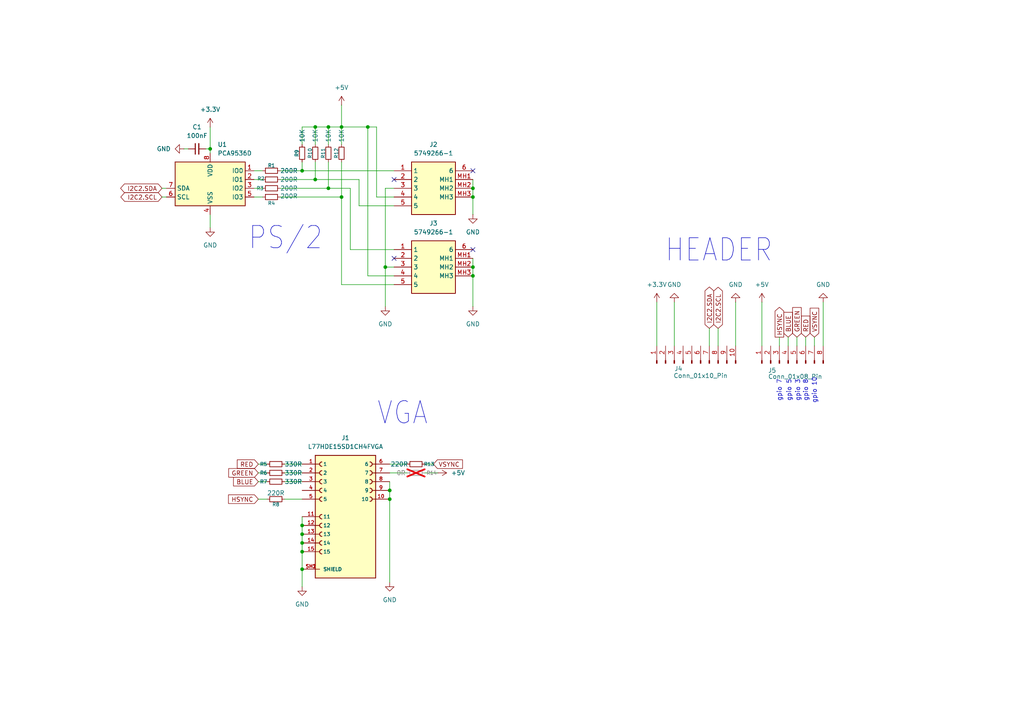
<source format=kicad_sch>
(kicad_sch (version 20250114) (generator "eeschema") (generator_version "9.0")
  (paper "A4")
  (lib_symbols
    (symbol "5749266-1:5749266-1"
      (property "Reference" "J" (at 19.05 7.62 0))
      (property "Value" "5749266-1" (at 19.05 5.08 0))
      (symbol "5749266-1_1_1"
        (rectangle (start 5.08 2.54) (end 17.78 -12.7) (stroke (width 0.254)) (fill (type background)))
        (pin passive line (at 0 0 0) (length 5.08) (name "1") (number "1"))
        (pin passive line (at 0 -2.54 0) (length 5.08) (name "2") (number "2"))
        (pin passive line (at 0 -5.08 0) (length 5.08) (name "3") (number "3"))
        (pin passive line (at 0 -7.62 0) (length 5.08) (name "4") (number "4"))
        (pin passive line (at 0 -10.16 0) (length 5.08) (name "5") (number "5"))
        (pin passive line (at 22.86 0 180) (length 5.08) (name "6") (number "6"))
        (pin passive line (at 22.86 -2.54 180) (length 5.08) (name "MH1") (number "MH1"))
        (pin passive line (at 22.86 -5.08 180) (length 5.08) (name "MH2") (number "MH2"))
        (pin passive line (at 22.86 -7.62 180) (length 5.08) (name "MH3") (number "MH3"))
      )
    )
    (symbol "Connector:Conn_01x08_Pin" (pin_names (offset 1.016) (hide yes))
      (property "Reference" "J" (at 0 10.16 0))
      (property "Value" "Conn_01x08_Pin" (at 0 -12.7 0))
      (symbol "Conn_01x08_Pin_1_1"
        (rectangle (start 0.8636 7.747) (end 0 7.493) (stroke (width 0.1524)) (fill (type outline)))
        (rectangle (start 0.8636 5.207) (end 0 4.953) (stroke (width 0.1524)) (fill (type outline)))
        (rectangle (start 0.8636 2.667) (end 0 2.413) (stroke (width 0.1524)) (fill (type outline)))
        (rectangle (start 0.8636 0.127) (end 0 -0.127) (stroke (width 0.1524)) (fill (type outline)))
        (rectangle (start 0.8636 -2.413) (end 0 -2.667) (stroke (width 0.1524)) (fill (type outline)))
        (rectangle (start 0.8636 -4.953) (end 0 -5.207) (stroke (width 0.1524)) (fill (type outline)))
        (rectangle (start 0.8636 -7.493) (end 0 -7.747) (stroke (width 0.1524)) (fill (type outline)))
        (rectangle (start 0.8636 -10.033) (end 0 -10.287) (stroke (width 0.1524)) (fill (type outline)))
        (polyline (pts (xy 1.27 7.62) (xy 0.8636 7.62)) (stroke (width 0.1524)))
        (polyline (pts (xy 1.27 5.08) (xy 0.8636 5.08)) (stroke (width 0.1524)))
        (polyline (pts (xy 1.27 2.54) (xy 0.8636 2.54)) (stroke (width 0.1524)))
        (polyline (pts (xy 1.27 0) (xy 0.8636 0)) (stroke (width 0.1524)))
        (polyline (pts (xy 1.27 -2.54) (xy 0.8636 -2.54)) (stroke (width 0.1524)))
        (polyline (pts (xy 1.27 -5.08) (xy 0.8636 -5.08)) (stroke (width 0.1524)))
        (polyline (pts (xy 1.27 -7.62) (xy 0.8636 -7.62)) (stroke (width 0.1524)))
        (polyline (pts (xy 1.27 -10.16) (xy 0.8636 -10.16)) (stroke (width 0.1524)))
        (pin passive line (at 5.08 7.62 180) (length 3.81) (name "Pin_1") (number "1"))
        (pin passive line (at 5.08 5.08 180) (length 3.81) (name "Pin_2") (number "2"))
        (pin passive line (at 5.08 2.54 180) (length 3.81) (name "Pin_3") (number "3"))
        (pin passive line (at 5.08 0 180) (length 3.81) (name "Pin_4") (number "4"))
        (pin passive line (at 5.08 -2.54 180) (length 3.81) (name "Pin_5") (number "5"))
        (pin passive line (at 5.08 -5.08 180) (length 3.81) (name "Pin_6") (number "6"))
        (pin passive line (at 5.08 -7.62 180) (length 3.81) (name "Pin_7") (number "7"))
        (pin passive line (at 5.08 -10.16 180) (length 3.81) (name "Pin_8") (number "8"))
      )
    )
    (symbol "Connector:Conn_01x10_Pin" (pin_names (offset 1.016) (hide yes))
      (property "Reference" "J" (at 0 12.7 0))
      (property "Value" "Conn_01x10_Pin" (at 0 -15.24 0))
      (symbol "Conn_01x10_Pin_1_1"
        (rectangle (start 0.8636 10.287) (end 0 10.033) (stroke (width 0.1524)) (fill (type outline)))
        (rectangle (start 0.8636 7.747) (end 0 7.493) (stroke (width 0.1524)) (fill (type outline)))
        (rectangle (start 0.8636 5.207) (end 0 4.953) (stroke (width 0.1524)) (fill (type outline)))
        (rectangle (start 0.8636 2.667) (end 0 2.413) (stroke (width 0.1524)) (fill (type outline)))
        (rectangle (start 0.8636 0.127) (end 0 -0.127) (stroke (width 0.1524)) (fill (type outline)))
        (rectangle (start 0.8636 -2.413) (end 0 -2.667) (stroke (width 0.1524)) (fill (type outline)))
        (rectangle (start 0.8636 -4.953) (end 0 -5.207) (stroke (width 0.1524)) (fill (type outline)))
        (rectangle (start 0.8636 -7.493) (end 0 -7.747) (stroke (width 0.1524)) (fill (type outline)))
        (rectangle (start 0.8636 -10.033) (end 0 -10.287) (stroke (width 0.1524)) (fill (type outline)))
        (rectangle (start 0.8636 -12.573) (end 0 -12.827) (stroke (width 0.1524)) (fill (type outline)))
        (polyline (pts (xy 1.27 10.16) (xy 0.8636 10.16)) (stroke (width 0.1524)))
        (polyline (pts (xy 1.27 7.62) (xy 0.8636 7.62)) (stroke (width 0.1524)))
        (polyline (pts (xy 1.27 5.08) (xy 0.8636 5.08)) (stroke (width 0.1524)))
        (polyline (pts (xy 1.27 2.54) (xy 0.8636 2.54)) (stroke (width 0.1524)))
        (polyline (pts (xy 1.27 0) (xy 0.8636 0)) (stroke (width 0.1524)))
        (polyline (pts (xy 1.27 -2.54) (xy 0.8636 -2.54)) (stroke (width 0.1524)))
        (polyline (pts (xy 1.27 -5.08) (xy 0.8636 -5.08)) (stroke (width 0.1524)))
        (polyline (pts (xy 1.27 -7.62) (xy 0.8636 -7.62)) (stroke (width 0.1524)))
        (polyline (pts (xy 1.27 -10.16) (xy 0.8636 -10.16)) (stroke (width 0.1524)))
        (polyline (pts (xy 1.27 -12.7) (xy 0.8636 -12.7)) (stroke (width 0.1524)))
        (pin passive line (at 5.08 10.16 180) (length 3.81) (name "Pin_1") (number "1"))
        (pin passive line (at 5.08 7.62 180) (length 3.81) (name "Pin_2") (number "2"))
        (pin passive line (at 5.08 5.08 180) (length 3.81) (name "Pin_3") (number "3"))
        (pin passive line (at 5.08 2.54 180) (length 3.81) (name "Pin_4") (number "4"))
        (pin passive line (at 5.08 0 180) (length 3.81) (name "Pin_5") (number "5"))
        (pin passive line (at 5.08 -2.54 180) (length 3.81) (name "Pin_6") (number "6"))
        (pin passive line (at 5.08 -5.08 180) (length 3.81) (name "Pin_7") (number "7"))
        (pin passive line (at 5.08 -7.62 180) (length 3.81) (name "Pin_8") (number "8"))
        (pin passive line (at 5.08 -10.16 180) (length 3.81) (name "Pin_9") (number "9"))
        (pin passive line (at 5.08 -12.7 180) (length 3.81) (name "Pin_10") (number "10"))
      )
    )
    (symbol "Device:C_Small" (pin_numbers (hide yes)) (pin_names (offset 0.254) (hide yes))
      (property "Reference" "C" (at 0.254 1.778 0))
      (property "Value" "C_Small" (at 0.254 -2.032 0))
      (symbol "C_Small_0_1"
        (polyline (pts (xy -1.524 0.508) (xy 1.524 0.508)) (stroke (width 0.3048)))
        (polyline (pts (xy -1.524 -0.508) (xy 1.524 -0.508)) (stroke (width 0.3302)))
      )
      (symbol "C_Small_1_1"
        (pin passive line (at 0 2.54 270) (length 2.032) (name "~") (number "1"))
        (pin passive line (at 0 -2.54 90) (length 2.032) (name "~") (number "2"))
      )
    )
    (symbol "Device:R_Small" (pin_numbers (hide yes)) (pin_names (offset 0.254) (hide yes))
      (property "Reference" "R" (at 0 0 90))
      (property "Value" "R_Small" (at 1.778 0 90))
      (symbol "R_Small_0_1"
        (rectangle (start -0.762 1.778) (end 0.762 -1.778) (stroke (width 0.2032)))
      )
      (symbol "R_Small_1_1"
        (pin passive line (at 0 2.54 270) (length 0.762) (name "~") (number "1"))
        (pin passive line (at 0 -2.54 90) (length 0.762) (name "~") (number "2"))
      )
    )
    (symbol "Interface_Expansion:PCA9536D"
      (property "Reference" "U" (at -8.89 6.35 0))
      (property "Value" "PCA9536D" (at 6.35 6.35 0))
      (symbol "PCA9536D_0_1"
        (rectangle (start -10.16 5.08) (end 10.16 -7.62) (stroke (width 0.254)) (fill (type background)))
      )
      (symbol "PCA9536D_1_1"
        (pin bidirectional line (at -12.7 -2.54 0) (length 2.54) (name "SDA") (number "7"))
        (pin input line (at -12.7 -5.08 0) (length 2.54) (name "SCL") (number "6"))
        (pin power_in line (at 0 7.62 270) (length 2.54) (name "VDD") (number "8"))
        (pin power_in line (at 0 -10.16 90) (length 2.54) (name "VSS") (number "4"))
        (pin bidirectional line (at 12.7 2.54 180) (length 2.54) (name "IO0") (number "1"))
        (pin bidirectional line (at 12.7 0 180) (length 2.54) (name "IO1") (number "2"))
        (pin bidirectional line (at 12.7 -2.54 180) (length 2.54) (name "IO2") (number "3"))
        (pin bidirectional line (at 12.7 -5.08 180) (length 2.54) (name "IO3") (number "5"))
      )
    )
    (symbol "L77HDE15SD1CH4FVGA:L77HDE15SD1CH4FVGA" (pin_names (offset 1.016))
      (property "Reference" "J" (at -7.62 18.542 0))
      (property "Value" "L77HDE15SD1CH4FVGA" (at -7.62 -20.32 0))
      (symbol "L77HDE15SD1CH4FVGA_0_0"
        (rectangle (start -8.89 -17.78) (end 8.636 17.78) (stroke (width 0.254)) (fill (type background)))
        (arc (start -6.985 14.605) (mid -7.6172 15.24) (end -6.985 15.875) (stroke (width 0.254)))
        (arc (start -6.985 12.065) (mid -7.6172 12.7) (end -6.985 13.335) (stroke (width 0.254)))
        (arc (start -6.985 9.525) (mid -7.6172 10.16) (end -6.985 10.795) (stroke (width 0.254)))
        (arc (start -6.985 6.985) (mid -7.6172 7.62) (end -6.985 8.255) (stroke (width 0.254)))
        (arc (start -6.985 4.445) (mid -7.6172 5.08) (end -6.985 5.715) (stroke (width 0.254)))
        (arc (start -6.985 -0.635) (mid -7.6172 0) (end -6.985 0.635) (stroke (width 0.254)))
        (arc (start -6.985 -3.175) (mid -7.6172 -2.54) (end -6.985 -1.905) (stroke (width 0.254)))
        (arc (start -6.985 -5.715) (mid -7.6172 -5.08) (end -6.985 -4.445) (stroke (width 0.254)))
        (arc (start -6.985 -8.255) (mid -7.6172 -7.62) (end -6.985 -6.985) (stroke (width 0.254)))
        (arc (start -6.985 -10.795) (mid -7.6172 -10.16) (end -6.985 -9.525) (stroke (width 0.254)))
        (arc (start 6.985 15.875) (mid 7.6172 15.24) (end 6.985 14.605) (stroke (width 0.254)))
        (arc (start 6.985 13.335) (mid 7.6172 12.7) (end 6.985 12.065) (stroke (width 0.254)))
        (arc (start 6.985 10.795) (mid 7.6172 10.16) (end 6.985 9.525) (stroke (width 0.254)))
        (arc (start 6.985 8.255) (mid 7.6172 7.62) (end 6.985 6.985) (stroke (width 0.254)))
        (arc (start 6.985 5.715) (mid 7.6172 5.08) (end 6.985 4.445) (stroke (width 0.254)))
        (pin passive line (at -12.7 15.24 0) (length 5.08) (name "1") (number "1"))
        (pin passive line (at -12.7 12.7 0) (length 5.08) (name "2") (number "2"))
        (pin passive line (at -12.7 10.16 0) (length 5.08) (name "3") (number "3"))
        (pin passive line (at -12.7 7.62 0) (length 5.08) (name "4") (number "4"))
        (pin passive line (at -12.7 5.08 0) (length 5.08) (name "5") (number "5"))
        (pin passive line (at -12.7 0 0) (length 5.08) (name "11") (number "11"))
        (pin passive line (at -12.7 -2.54 0) (length 5.08) (name "12") (number "12"))
        (pin passive line (at -12.7 -5.08 0) (length 5.08) (name "13") (number "13"))
        (pin passive line (at -12.7 -7.62 0) (length 5.08) (name "14") (number "14"))
        (pin passive line (at -12.7 -10.16 0) (length 5.08) (name "15") (number "15"))
        (pin passive line (at -12.7 -15.24 0) (length 5.08) (name "SHIELD") (number "SH1"))
        (pin passive line (at -12.7 -15.24 0) (length 5.08) (name "SHIELD") (number "SH2"))
        (pin passive line (at 12.7 15.24 180) (length 5.08) (name "6") (number "6"))
        (pin passive line (at 12.7 12.7 180) (length 5.08) (name "7") (number "7"))
        (pin passive line (at 12.7 10.16 180) (length 5.08) (name "8") (number "8"))
        (pin passive line (at 12.7 7.62 180) (length 5.08) (name "9") (number "9"))
        (pin passive line (at 12.7 5.08 180) (length 5.08) (name "10") (number "10"))
      )
    )
    (symbol "power:+3.3V" (power) (pin_numbers (hide yes)) (pin_names (offset 0) (hide yes))
      (property "Value" "+3.3V" (at 0 3.556 0))
      (symbol "+3.3V_0_1"
        (polyline (pts (xy -0.762 1.27) (xy 0 2.54)))
        (polyline (pts (xy 0 2.54) (xy 0.762 1.27)))
        (polyline (pts (xy 0 0) (xy 0 2.54)))
      )
      (symbol "+3.3V_1_1"
        (pin power_in line (at 0 0 90) (length 0) (name "~") (number "1"))
      )
    )
    (symbol "power:+5V" (power) (pin_numbers (hide yes)) (pin_names (offset 0) (hide yes))
      (property "Value" "+5V" (at 0 3.556 0))
      (symbol "+5V_0_1"
        (polyline (pts (xy -0.762 1.27) (xy 0 2.54)))
        (polyline (pts (xy 0 2.54) (xy 0.762 1.27)))
        (polyline (pts (xy 0 0) (xy 0 2.54)))
      )
      (symbol "+5V_1_1"
        (pin power_in line (at 0 0 90) (length 0) (name "~") (number "1"))
      )
    )
    (symbol "power:GND" (power) (pin_numbers (hide yes)) (pin_names (offset 0) (hide yes))
      (property "Value" "GND" (at 0 -3.81 0))
      (symbol "GND_0_1"
        (polyline (pts (xy 0 0) (xy 0 -1.27) (xy 1.27 -1.27) (xy 0 -2.54) (xy -1.27 -1.27) (xy 0 -1.27)))
      )
      (symbol "GND_1_1"
        (pin power_in line (at 0 0 270) (length 0) (name "~") (number "1"))
      )
    )
  )
  (text "gpio 7\n\n" (at 227.076 113.284 90) (effects (font (size 1.27 1.27))))
  (text "gpio 10" (at 236.22 113.284 90) (effects (font (size 1.27 1.27))))
  (text "PS/2\n" (at 71.882 72.898 0) (effects (font (size 6.4516 5.4838)) (justify left bottom)))
  (text "VGA" (at 109.22 123.698 0) (effects (font (size 6.4516 5.4838)) (justify left bottom)))
  (text "gpio 5" (at 228.854 113.284 90) (effects (font (size 1.27 1.27))))
  (text "gpio 8" (at 233.68 113.284 90) (effects (font (size 1.27 1.27))))
  (text "gpio 3\n" (at 231.394 113.284 90) (effects (font (size 1.27 1.27))))
  (text "HEADER\n" (at 224.282 76.454 0) (effects (font (size 6.4516 5.4838)) (justify right bottom)))
  (junction (at 137.16 57.15))
  (junction (at 87.63 154.94))
  (junction (at 113.03 142.24))
  (junction (at 87.63 157.48))
  (junction (at 87.63 160.02))
  (junction (at 87.63 49.53))
  (junction (at 91.44 52.07))
  (junction (at 137.16 54.61))
  (junction (at 137.16 80.01))
  (junction (at 95.25 36.83))
  (junction (at 137.16 77.47))
  (junction (at 91.44 36.83))
  (junction (at 111.76 77.47))
  (junction (at 99.06 57.15))
  (junction (at 99.06 36.83))
  (junction (at 87.63 152.4))
  (junction (at 60.96 43.18))
  (junction (at 95.25 54.61))
  (junction (at 113.03 144.78))
  (junction (at 87.63 165.1))
  (junction (at 106.68 36.83))
  (no_connect (at 137.16 72.39))
  (no_connect (at 137.16 49.53))
  (no_connect (at 114.3 52.07))
  (no_connect (at 114.3 74.93))
  (wire (pts (xy 113.03 144.78) (xy 113.03 168.91)))
  (wire (pts (xy 73.66 49.53) (xy 76.2 49.53)))
  (wire (pts (xy 113.03 139.7) (xy 113.03 142.24)))
  (wire (pts (xy 190.5 100.33) (xy 190.5 87.63)))
  (wire (pts (xy 46.99 57.15) (xy 48.26 57.15)))
  (wire (pts (xy 208.28 100.33) (xy 208.28 95.25)))
  (wire (pts (xy 109.22 36.83) (xy 109.22 57.15)))
  (wire (pts (xy 95.25 46.99) (xy 95.25 54.61)))
  (wire (pts (xy 195.58 100.33) (xy 195.58 87.63)))
  (wire (pts (xy 87.63 46.99) (xy 87.63 49.53)))
  (wire (pts (xy 74.93 134.62) (xy 77.47 134.62)))
  (wire (pts (xy 95.25 54.61) (xy 101.6 54.61)))
  (wire (pts (xy 53.34 43.18) (xy 54.61 43.18)))
  (wire (pts (xy 60.96 43.18) (xy 60.96 44.45)))
  (wire (pts (xy 104.14 52.07) (xy 104.14 59.69)))
  (wire (pts (xy 99.06 36.83) (xy 106.68 36.83)))
  (wire (pts (xy 114.3 54.61) (xy 111.76 54.61)))
  (wire (pts (xy 95.25 36.83) (xy 99.06 36.83)))
  (wire (pts (xy 101.6 72.39) (xy 114.3 72.39)))
  (wire (pts (xy 213.36 100.33) (xy 213.36 87.63)))
  (wire (pts (xy 101.6 54.61) (xy 101.6 72.39)))
  (wire (pts (xy 60.96 62.23) (xy 60.96 66.04)))
  (wire (pts (xy 81.28 49.53) (xy 87.63 49.53)))
  (wire (pts (xy 111.76 54.61) (xy 111.76 77.47)))
  (wire (pts (xy 87.63 49.53) (xy 114.3 49.53)))
  (wire (pts (xy 111.76 77.47) (xy 114.3 77.47)))
  (wire (pts (xy 99.06 82.55) (xy 114.3 82.55)))
  (wire (pts (xy 137.16 74.93) (xy 137.16 77.47)))
  (wire (pts (xy 87.63 152.4) (xy 87.63 154.94)))
  (wire (pts (xy 82.55 134.62) (xy 87.63 134.62)))
  (wire (pts (xy 106.68 36.83) (xy 106.68 80.01)))
  (wire (pts (xy 99.06 30.48) (xy 99.06 36.83)))
  (wire (pts (xy 226.06 100.33) (xy 226.06 97.79)))
  (wire (pts (xy 74.93 137.16) (xy 77.47 137.16)))
  (wire (pts (xy 113.03 137.16) (xy 118.11 137.16)))
  (wire (pts (xy 81.28 52.07) (xy 91.44 52.07)))
  (wire (pts (xy 87.63 154.94) (xy 87.63 157.48)))
  (wire (pts (xy 137.16 80.01) (xy 137.16 88.9)))
  (wire (pts (xy 114.3 80.01) (xy 106.68 80.01)))
  (wire (pts (xy 87.63 165.1) (xy 87.63 170.18)))
  (wire (pts (xy 87.63 160.02) (xy 87.63 165.1)))
  (wire (pts (xy 73.66 54.61) (xy 76.2 54.61)))
  (wire (pts (xy 114.3 57.15) (xy 109.22 57.15)))
  (wire (pts (xy 74.93 139.7) (xy 77.47 139.7)))
  (wire (pts (xy 111.76 77.47) (xy 111.76 88.9)))
  (wire (pts (xy 123.19 134.62) (xy 125.73 134.62)))
  (wire (pts (xy 73.66 52.07) (xy 76.2 52.07)))
  (wire (pts (xy 82.55 144.78) (xy 87.63 144.78)))
  (wire (pts (xy 137.16 77.47) (xy 137.16 80.01)))
  (wire (pts (xy 228.6 100.33) (xy 228.6 97.79)))
  (wire (pts (xy 77.47 144.78) (xy 74.93 144.78)))
  (wire (pts (xy 137.16 57.15) (xy 137.16 62.23)))
  (wire (pts (xy 87.63 36.83) (xy 91.44 36.83)))
  (wire (pts (xy 82.55 139.7) (xy 87.63 139.7)))
  (wire (pts (xy 220.98 100.33) (xy 220.98 87.63)))
  (wire (pts (xy 82.55 137.16) (xy 87.63 137.16)))
  (wire (pts (xy 87.63 36.83) (xy 87.63 41.91)))
  (wire (pts (xy 91.44 46.99) (xy 91.44 52.07)))
  (wire (pts (xy 238.76 100.33) (xy 238.76 87.63)))
  (wire (pts (xy 46.99 54.61) (xy 48.26 54.61)))
  (wire (pts (xy 60.96 36.83) (xy 60.96 43.18)))
  (wire (pts (xy 81.28 57.15) (xy 99.06 57.15)))
  (wire (pts (xy 81.28 54.61) (xy 95.25 54.61)))
  (wire (pts (xy 113.03 142.24) (xy 113.03 144.78)))
  (wire (pts (xy 87.63 157.48) (xy 87.63 160.02)))
  (wire (pts (xy 231.14 100.33) (xy 231.14 97.79)))
  (wire (pts (xy 137.16 54.61) (xy 137.16 57.15)))
  (wire (pts (xy 59.69 43.18) (xy 60.96 43.18)))
  (wire (pts (xy 87.63 149.86) (xy 87.63 152.4)))
  (wire (pts (xy 137.16 52.07) (xy 137.16 54.61)))
  (wire (pts (xy 99.06 57.15) (xy 99.06 82.55)))
  (wire (pts (xy 91.44 36.83) (xy 95.25 36.83)))
  (wire (pts (xy 205.74 100.33) (xy 205.74 95.25)))
  (wire (pts (xy 73.66 57.15) (xy 76.2 57.15)))
  (wire (pts (xy 123.19 137.16) (xy 127 137.16)))
  (wire (pts (xy 104.14 59.69) (xy 114.3 59.69)))
  (wire (pts (xy 95.25 36.83) (xy 95.25 41.91)))
  (wire (pts (xy 236.22 100.33) (xy 236.22 97.79)))
  (wire (pts (xy 99.06 46.99) (xy 99.06 57.15)))
  (wire (pts (xy 99.06 36.83) (xy 99.06 41.91)))
  (wire (pts (xy 91.44 36.83) (xy 91.44 41.91)))
  (wire (pts (xy 113.03 134.62) (xy 118.11 134.62)))
  (wire (pts (xy 233.68 100.33) (xy 233.68 97.79)))
  (wire (pts (xy 106.68 36.83) (xy 109.22 36.83)))
  (wire (pts (xy 91.44 52.07) (xy 104.14 52.07)))
  (global_label "I2C2.SDA" (shape bidirectional) (at 46.99 54.61 180) (property "Intersheetrefs" "${INTERSHEET_REFS}" (effects (hide yes))))
  (global_label "VSYNC" (shape input) (at 125.73 134.62 0) (property "Intersheetrefs" "${INTERSHEET_REFS}" (effects (hide yes))))
  (global_label "HSYNC" (shape output) (at 226.06 97.79 90) (property "Intersheetrefs" "${INTERSHEET_REFS}" (effects (hide yes))))
  (global_label "VSYNC" (shape input) (at 236.22 97.79 90) (property "Intersheetrefs" "${INTERSHEET_REFS}" (effects (hide yes))))
  (global_label "RED" (shape input) (at 233.68 97.79 90) (property "Intersheetrefs" "${INTERSHEET_REFS}" (effects (hide yes))))
  (global_label "HSYNC" (shape input) (at 74.93 144.78 180) (property "Intersheetrefs" "${INTERSHEET_REFS}" (effects (hide yes))))
  (global_label "I2C2.SCL" (shape bidirectional) (at 46.99 57.15 180) (property "Intersheetrefs" "${INTERSHEET_REFS}" (effects (hide yes))))
  (global_label "BLUE" (shape input) (at 228.6 97.79 90) (property "Intersheetrefs" "${INTERSHEET_REFS}" (effects (hide yes))))
  (global_label "GREEN" (shape input) (at 231.14 97.79 90) (property "Intersheetrefs" "${INTERSHEET_REFS}" (effects (hide yes))))
  (global_label "I2C2.SCL" (shape bidirectional) (at 208.28 95.25 90) (property "Intersheetrefs" "${INTERSHEET_REFS}" (effects (hide yes))))
  (global_label "GREEN" (shape input) (at 74.93 137.16 180) (property "Intersheetrefs" "${INTERSHEET_REFS}" (effects (hide yes))))
  (global_label "I2C2.SDA" (shape bidirectional) (at 205.74 95.25 90) (property "Intersheetrefs" "${INTERSHEET_REFS}" (effects (hide yes))))
  (global_label "BLUE" (shape input) (at 74.93 139.7 180) (property "Intersheetrefs" "${INTERSHEET_REFS}" (effects (hide yes))))
  (global_label "RED" (shape input) (at 74.93 134.62 180) (property "Intersheetrefs" "${INTERSHEET_REFS}" (effects (hide yes))))
  (symbol (lib_id "power:GND") (at 238.76 87.63 180) (unit 1)
    (property "Reference" "#PWR015" (effects (hide yes)))
    (property "Value" "GND" (at 238.76 82.55 0))
    (property "Description" "Power symbol creates a global label with name \"GND\" , ground" (effects (hide yes)))
  )
  (symbol (lib_id "power:GND") (at 113.03 168.91 0) (unit 1)
    (property "Reference" "#PWR07" (effects (hide yes)))
    (property "Value" "GND" (at 113.03 173.99 0))
    (property "Description" "Power symbol creates a global label with name \"GND\" , ground" (effects (hide yes)))
  )
  (symbol (lib_id "power:GND") (at 137.16 62.23 0) (unit 1)
    (property "Reference" "#PWR09" (effects (hide yes)))
    (property "Value" "GND" (at 137.16 67.31 0))
    (property "Description" "Power symbol creates a global label with name \"GND\" , ground" (effects (hide yes)))
  )
  (symbol (lib_id "power:+5V") (at 220.98 87.63 0) (unit 1)
    (property "Reference" "#PWR014" (effects (hide yes)))
    (property "Value" "+5V" (at 220.98 82.55 0))
    (property "Description" "Power symbol creates a global label with name \"+5V\"" (effects (hide yes)))
  )
  (symbol (lib_id "Device:C_Small") (at 57.15 43.18 90) (unit 1)
    (property "Reference" "C1" (at 57.1563 36.83 90))
    (property "Value" "100nF" (at 57.1563 39.37 90))
    (property "Footprint" "Capacitor_SMD:C_0805_2012Metric" (effects (hide yes)))
    (property "Description" "Unpolarized capacitor, small symbol" (effects (hide yes)))
  )
  (symbol (lib_id "power:+5V") (at 127 137.16 270) (unit 1)
    (property "Reference" "#PWR08" (effects (hide yes)))
    (property "Value" "+5V" (at 130.81 137.1599 90) (effects (justify left)))
    (property "Description" "Power symbol creates a global label with name \"+5V\"" (effects (hide yes)))
  )
  (symbol (lib_id "Device:R_Small") (at 78.74 57.15 90) (unit 1)
    (property "Reference" "R4" (at 78.74 58.928 90) (effects (font (size 1.016 1.016))))
    (property "Value" "200R" (at 83.82 56.896 90))
    (property "Footprint" "Resistor_SMD:R_0805_2012Metric" (effects (hide yes)))
    (property "Description" "Resistor, small symbol" (effects (hide yes)))
    (property "LCSC" "C17168" (effects (hide yes)))
  )
  (symbol (lib_id "power:GND") (at 213.36 87.63 180) (unit 1)
    (property "Reference" "#PWR013" (effects (hide yes)))
    (property "Value" "GND" (at 213.36 82.55 0))
    (property "Description" "Power symbol creates a global label with name \"GND\" , ground" (effects (hide yes)))
  )
  (symbol (lib_id "power:GND") (at 137.16 88.9 0) (unit 1)
    (property "Reference" "#PWR010" (effects (hide yes)))
    (property "Value" "GND" (at 137.16 93.98 0))
    (property "Description" "Power symbol creates a global label with name \"GND\" , ground" (effects (hide yes)))
  )
  (symbol (lib_id "5749266-1:5749266-1") (at 114.3 72.39 0) (unit 1)
    (property "Reference" "J3" (at 125.73 64.77 0))
    (property "Value" "5749266-1" (at 125.73 67.31 0))
    (property "Footprint" "57492661:57492661" (effects (hide yes)))
    (property "Datasheet" "https://componentsearchengine.com/Datasheets/1/5749266-1.pdf" (effects (hide yes)))
    (property "Description" "Body Features: Panel Ground Feature Type None | Shield Material Copper Alloy | Shield Plating Finish Bright | Primary Product Color Black | Shield Plating Material Tin | Configuration Features: Number of Positions 6 | PCB Mount Orientation Right Angle | Connector Contact Load Condition Fully Loaded | Contact Features: PCB Contact Termination Area Plating Material Thickness 4.02 MICM | PCB Contact Termination Area Plating Material Thickness 3.05 MICM | PCB Contact Termination Area Plating Material Tin | Cont" (effects (hide yes)))
    (property "Height" "13" (effects (hide yes)))
    (property "Manufacturer_Name" "TE Connectivity" (effects (hide yes)))
    (property "Manufacturer_Part_Number" "5749266-1" (effects (hide yes)))
    (property "Mouser Part Number" "571-5749266-1" (effects (hide yes)))
    (property "Mouser Price/Stock" "https://www.mouser.co.uk/ProductDetail/TE-Connectivity/5749266-1?qs=XlZqES4cpWaWvZ%2F3L%252BlRxA%3D%3D" (effects (hide yes)))
    (property "Arrow Part Number" "5749266-1" (effects (hide yes)))
    (property "Arrow Price/Stock" "https://www.arrow.com/en/products/5749266-1/te-connectivity?utm_currency=USD&region=nac" (effects (hide yes)))
  )
  (symbol (lib_id "power:GND") (at 53.34 43.18 270) (unit 1)
    (property "Reference" "#PWR01" (effects (hide yes)))
    (property "Value" "GND" (at 49.53 43.1799 90) (effects (justify right)))
    (property "Description" "Power symbol creates a global label with name \"GND\" , ground" (effects (hide yes)))
  )
  (symbol (lib_id "Device:R_Small") (at 120.65 137.16 90) (unit 1) (dnp yes)
    (property "Reference" "R14" (at 125.222 137.16 90) (effects (font (size 1.016 1.016))))
    (property "Value" "0R" (at 116.332 137.16 90))
    (property "Footprint" "Resistor_SMD:R_0805_2012Metric" (effects (hide yes)))
    (property "Description" "Resistor, small symbol" (effects (hide yes)))
    (property "LCSC" "C17168" (effects (hide yes)))
  )
  (symbol (lib_id "Device:R_Small") (at 80.01 139.7 90) (unit 1)
    (property "Reference" "R7" (at 76.454 139.7 90) (effects (font (size 1.016 1.016))))
    (property "Value" "330R" (at 85.09 139.7 90))
    (property "Footprint" "Resistor_SMD:R_0805_2012Metric" (effects (hide yes)))
    (property "Description" "Resistor, small symbol" (effects (hide yes)))
    (property "LCSC" "C17168" (effects (hide yes)))
  )
  (symbol (lib_id "power:+3.3V") (at 60.96 36.83 0) (unit 1)
    (property "Reference" "#PWR02" (effects (hide yes)))
    (property "Value" "+3.3V" (at 60.96 31.75 0))
    (property "Description" "Power symbol creates a global label with name \"+3.3V\"" (effects (hide yes)))
  )
  (symbol (lib_id "power:GND") (at 87.63 170.18 0) (unit 1)
    (property "Reference" "#PWR04" (effects (hide yes)))
    (property "Value" "GND" (at 87.63 175.26 0))
    (property "Description" "Power symbol creates a global label with name \"GND\" , ground" (effects (hide yes)))
  )
  (symbol (lib_id "Interface_Expansion:PCA9536D") (at 60.96 52.07 0) (unit 1)
    (property "Reference" "U1" (at 63.1033 41.91 0) (effects (justify left)))
    (property "Value" "PCA9536D" (at 63.1033 44.45 0) (effects (justify left)))
    (property "Footprint" "Package_SO:SOIC-8_3.9x4.9mm_P1.27mm" (effects (hide yes)))
    (property "Datasheet" "http://www.nxp.com/docs/en/data-sheet/PCA9536.pdf" (effects (hide yes)))
    (property "Description" "4-bit I2C-bus and SMBus IO port, SOIC-8" (effects (hide yes)))
  )
  (symbol (lib_id "Device:R_Small") (at 78.74 54.61 90) (unit 1)
    (property "Reference" "R3" (at 75.438 54.61 90) (effects (font (size 1.016 1.016))))
    (property "Value" "200R" (at 83.82 54.61 90))
    (property "Footprint" "Resistor_SMD:R_0805_2012Metric" (effects (hide yes)))
    (property "Description" "Resistor, small symbol" (effects (hide yes)))
    (property "LCSC" "C17168" (effects (hide yes)))
  )
  (symbol (lib_id "Device:R_Small") (at 80.01 134.62 90) (unit 1)
    (property "Reference" "R5" (at 76.454 134.62 90) (effects (font (size 1.016 1.016))))
    (property "Value" "330R" (at 85.09 134.62 90))
    (property "Footprint" "Resistor_SMD:R_0805_2012Metric" (effects (hide yes)))
    (property "Description" "Resistor, small symbol" (effects (hide yes)))
    (property "LCSC" "C17168" (effects (hide yes)))
  )
  (symbol (lib_id "power:+5V") (at 99.06 30.48 0) (unit 1)
    (property "Reference" "#PWR05" (effects (hide yes)))
    (property "Value" "+5V" (at 99.06 25.4 0))
    (property "Description" "Power symbol creates a global label with name \"+5V\"" (effects (hide yes)))
  )
  (symbol (lib_id "power:+3.3V") (at 190.5 87.63 0) (unit 1)
    (property "Reference" "#PWR011" (effects (hide yes)))
    (property "Value" "+3.3V" (at 190.5 82.55 0))
    (property "Description" "Power symbol creates a global label with name \"+3.3V\"" (effects (hide yes)))
  )
  (symbol (lib_id "Device:R_Small") (at 120.65 134.62 90) (unit 1)
    (property "Reference" "R13" (at 124.46 134.62 90) (effects (font (size 1.016 1.016))))
    (property "Value" "220R" (at 115.824 134.62 90))
    (property "Footprint" "Resistor_SMD:R_0805_2012Metric" (effects (hide yes)))
    (property "Description" "Resistor, small symbol" (effects (hide yes)))
    (property "LCSC" "C17168" (effects (hide yes)))
  )
  (symbol (lib_id "L77HDE15SD1CH4FVGA:L77HDE15SD1CH4FVGA") (at 100.33 149.86 0) (unit 1)
    (property "Reference" "J1" (at 100.203 127 0))
    (property "Value" "L77HDE15SD1CH4FVGA" (at 100.203 129.54 0))
    (property "Footprint" "AMPHENOL_L77HDE15SD1CH4FVGA:AMPHENOL_L77HDE15SD1CH4FVGA" (effects (hide yes)))
    (property "MF" "Amphenol Commercial" (effects (hide yes)))
    (property "MAXIMUM_PACKAGE_HEIGHT" "12.55mm" (effects (hide yes)))
    (property "Package" "None" (effects (hide yes)))
    (property "Price" "None" (effects (hide yes)))
    (property "Check_prices" "https://www.snapeda.com/parts/L77HDE15SD1CH4FVGA/Amphenol/view-part/?ref=eda" (effects (hide yes)))
    (property "STANDARD" "Manufacturer Recommendations" (effects (hide yes)))
    (property "PARTREV" "1" (effects (hide yes)))
    (property "SnapEDA_Link" "https://www.snapeda.com/parts/L77HDE15SD1CH4FVGA/Amphenol/view-part/?ref=snap" (effects (hide yes)))
    (property "MP" "L77HDE15SD1CH4FVGA" (effects (hide yes)))
    (property "Description_1" "Dsub, Stamped Signal 3A, High Density, Right Angle PCB Thru Hole, FP=8.89mm (0.35μin), 15 Socket, Bright Tin Shell, Flash Gold, 4-40 Removable Front Screwlock, Ground Tab with Boardlock, VGA" (effects (hide yes)))
    (property "Availability" "In Stock" (effects (hide yes)))
    (property "MANUFACTURER" "Amphenol" (effects (hide yes)))
  )
  (symbol (lib_id "power:GND") (at 195.58 87.63 180) (unit 1)
    (property "Reference" "#PWR012" (effects (hide yes)))
    (property "Value" "GND" (at 195.58 82.55 0))
    (property "Description" "Power symbol creates a global label with name \"GND\" , ground" (effects (hide yes)))
  )
  (symbol (lib_id "Device:R_Small") (at 91.44 44.45 180) (unit 1)
    (property "Reference" "R10" (at 89.916 44.45 90) (effects (font (size 1.016 1.016))))
    (property "Value" "10K" (at 91.44 39.37 90))
    (property "Footprint" "Resistor_SMD:R_0805_2012Metric" (effects (hide yes)))
    (property "Description" "Resistor, small symbol" (effects (hide yes)))
    (property "LCSC" "C17168" (effects (hide yes)))
  )
  (symbol (lib_id "power:GND") (at 111.76 88.9 0) (unit 1)
    (property "Reference" "#PWR06" (effects (hide yes)))
    (property "Value" "GND" (at 111.76 93.98 0))
    (property "Description" "Power symbol creates a global label with name \"GND\" , ground" (effects (hide yes)))
  )
  (symbol (lib_id "Device:R_Small") (at 80.01 144.78 270) (unit 1)
    (property "Reference" "R8" (at 80.01 146.304 90) (effects (font (size 1.016 1.016))))
    (property "Value" "220R" (at 80.01 143.002 90))
    (property "Footprint" "Resistor_SMD:R_0805_2012Metric" (effects (hide yes)))
    (property "Description" "Resistor, small symbol" (effects (hide yes)))
    (property "LCSC" "C17168" (effects (hide yes)))
  )
  (symbol (lib_id "Device:R_Small") (at 87.63 44.45 180) (unit 1)
    (property "Reference" "R9" (at 86.106 44.45 90) (effects (font (size 1.016 1.016))))
    (property "Value" "10K" (at 87.63 39.37 90))
    (property "Footprint" "Resistor_SMD:R_0805_2012Metric" (effects (hide yes)))
    (property "Description" "Resistor, small symbol" (effects (hide yes)))
    (property "LCSC" "C17168" (effects (hide yes)))
  )
  (symbol (lib_id "5749266-1:5749266-1") (at 114.3 49.53 0) (unit 1)
    (property "Reference" "J2" (at 125.73 41.91 0))
    (property "Value" "5749266-1" (at 125.73 44.45 0))
    (property "Footprint" "57492661:57492661" (effects (hide yes)))
    (property "Datasheet" "https://componentsearchengine.com/Datasheets/1/5749266-1.pdf" (effects (hide yes)))
    (property "Description" "Body Features: Panel Ground Feature Type None | Shield Material Copper Alloy | Shield Plating Finish Bright | Primary Product Color Black | Shield Plating Material Tin | Configuration Features: Number of Positions 6 | PCB Mount Orientation Right Angle | Connector Contact Load Condition Fully Loaded | Contact Features: PCB Contact Termination Area Plating Material Thickness 4.02 MICM | PCB Contact Termination Area Plating Material Thickness 3.05 MICM | PCB Contact Termination Area Plating Material Tin | Cont" (effects (hide yes)))
    (property "Height" "13" (effects (hide yes)))
    (property "Manufacturer_Name" "TE Connectivity" (effects (hide yes)))
    (property "Manufacturer_Part_Number" "5749266-1" (effects (hide yes)))
    (property "Mouser Part Number" "571-5749266-1" (effects (hide yes)))
    (property "Mouser Price/Stock" "https://www.mouser.co.uk/ProductDetail/TE-Connectivity/5749266-1?qs=XlZqES4cpWaWvZ%2F3L%252BlRxA%3D%3D" (effects (hide yes)))
    (property "Arrow Part Number" "5749266-1" (effects (hide yes)))
    (property "Arrow Price/Stock" "https://www.arrow.com/en/products/5749266-1/te-connectivity?utm_currency=USD&region=nac" (effects (hide yes)))
  )
  (symbol (lib_id "Device:R_Small") (at 95.25 44.45 180) (unit 1)
    (property "Reference" "R11" (at 93.726 44.45 90) (effects (font (size 1.016 1.016))))
    (property "Value" "10K" (at 95.25 39.37 90))
    (property "Footprint" "Resistor_SMD:R_0805_2012Metric" (effects (hide yes)))
    (property "Description" "Resistor, small symbol" (effects (hide yes)))
    (property "LCSC" "C17168" (effects (hide yes)))
  )
  (symbol (lib_id "Device:R_Small") (at 78.74 52.07 90) (unit 1)
    (property "Reference" "R2" (at 75.692 51.816 90) (effects (font (size 1.016 1.016))))
    (property "Value" "200R" (at 83.82 52.07 90))
    (property "Footprint" "Resistor_SMD:R_0805_2012Metric" (effects (hide yes)))
    (property "Description" "Resistor, small symbol" (effects (hide yes)))
    (property "LCSC" "C17168" (effects (hide yes)))
  )
  (symbol (lib_id "Device:R_Small") (at 80.01 137.16 90) (unit 1)
    (property "Reference" "R6" (at 76.454 137.16 90) (effects (font (size 1.016 1.016))))
    (property "Value" "330R" (at 85.09 137.16 90))
    (property "Footprint" "Resistor_SMD:R_0805_2012Metric" (effects (hide yes)))
    (property "Description" "Resistor, small symbol" (effects (hide yes)))
    (property "LCSC" "C17168" (effects (hide yes)))
  )
  (symbol (lib_id "Connector:Conn_01x10_Pin") (at 200.66 105.41 90) (unit 1)
    (property "Reference" "J4" (at 195.58 106.934 90) (effects (justify right)))
    (property "Value" "Conn_01x10_Pin" (at 195.326 108.966 90) (effects (justify right)))
    (property "Footprint" "Connector_PinHeader_2.54mm:PinHeader_1x10_P2.54mm_Horizontal" (effects (hide yes)))
    (property "Description" "Generic connector, single row, 01x10, script generated" (effects (hide yes)))
  )
  (symbol (lib_id "Device:R_Small") (at 78.74 49.53 90) (unit 1)
    (property "Reference" "R1" (at 78.74 48.006 90) (effects (font (size 1.016 1.016))))
    (property "Value" "200R" (at 83.82 49.53 90))
    (property "Footprint" "Resistor_SMD:R_0805_2012Metric" (effects (hide yes)))
    (property "Description" "Resistor, small symbol" (effects (hide yes)))
    (property "LCSC" "C17168" (effects (hide yes)))
  )
  (symbol (lib_id "Connector:Conn_01x08_Pin") (at 228.6 105.41 90) (unit 1)
    (property "Reference" "J5" (at 222.758 107.442 90) (effects (justify right)))
    (property "Value" "Conn_01x08_Pin" (at 222.758 109.22 90) (effects (justify right)))
    (property "Footprint" "Connector_PinHeader_2.54mm:PinHeader_1x08_P2.54mm_Horizontal" (effects (hide yes)))
    (property "Description" "Generic connector, single row, 01x08, script generated" (effects (hide yes)))
  )
  (symbol (lib_id "power:GND") (at 60.96 66.04 0) (unit 1)
    (property "Reference" "#PWR03" (effects (hide yes)))
    (property "Value" "GND" (at 60.96 71.12 0))
    (property "Description" "Power symbol creates a global label with name \"GND\" , ground" (effects (hide yes)))
  )
  (symbol (lib_id "Device:R_Small") (at 99.06 44.45 180) (unit 1)
    (property "Reference" "R12" (at 97.536 44.45 90) (effects (font (size 1.016 1.016))))
    (property "Value" "10K" (at 99.06 39.37 90))
    (property "Footprint" "Resistor_SMD:R_0805_2012Metric" (effects (hide yes)))
    (property "Description" "Resistor, small symbol" (effects (hide yes)))
    (property "LCSC" "C17168" (effects (hide yes)))
  )
)
</source>
